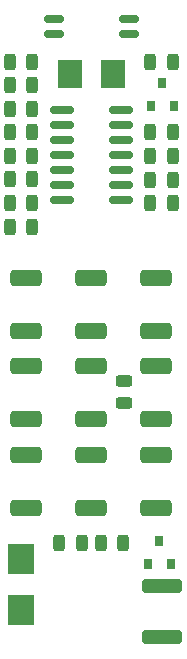
<source format=gbr>
%TF.GenerationSoftware,KiCad,Pcbnew,(6.0.2)*%
%TF.CreationDate,2022-02-16T12:52:40-05:00*%
%TF.ProjectId,aquabotsBMSModule,61717561-626f-4747-9342-4d534d6f6475,rev?*%
%TF.SameCoordinates,Original*%
%TF.FileFunction,Paste,Top*%
%TF.FilePolarity,Positive*%
%FSLAX46Y46*%
G04 Gerber Fmt 4.6, Leading zero omitted, Abs format (unit mm)*
G04 Created by KiCad (PCBNEW (6.0.2)) date 2022-02-16 12:52:40*
%MOMM*%
%LPD*%
G01*
G04 APERTURE LIST*
G04 Aperture macros list*
%AMRoundRect*
0 Rectangle with rounded corners*
0 $1 Rounding radius*
0 $2 $3 $4 $5 $6 $7 $8 $9 X,Y pos of 4 corners*
0 Add a 4 corners polygon primitive as box body*
4,1,4,$2,$3,$4,$5,$6,$7,$8,$9,$2,$3,0*
0 Add four circle primitives for the rounded corners*
1,1,$1+$1,$2,$3*
1,1,$1+$1,$4,$5*
1,1,$1+$1,$6,$7*
1,1,$1+$1,$8,$9*
0 Add four rect primitives between the rounded corners*
20,1,$1+$1,$2,$3,$4,$5,0*
20,1,$1+$1,$4,$5,$6,$7,0*
20,1,$1+$1,$6,$7,$8,$9,0*
20,1,$1+$1,$8,$9,$2,$3,0*%
G04 Aperture macros list end*
%ADD10RoundRect,0.150000X-0.825000X-0.150000X0.825000X-0.150000X0.825000X0.150000X-0.825000X0.150000X0*%
%ADD11RoundRect,0.243750X-0.243750X-0.456250X0.243750X-0.456250X0.243750X0.456250X-0.243750X0.456250X0*%
%ADD12RoundRect,0.243750X0.243750X0.456250X-0.243750X0.456250X-0.243750X-0.456250X0.243750X-0.456250X0*%
%ADD13R,2.300000X2.500000*%
%ADD14RoundRect,0.250000X-1.450000X0.312500X-1.450000X-0.312500X1.450000X-0.312500X1.450000X0.312500X0*%
%ADD15R,0.800000X0.900000*%
%ADD16RoundRect,0.250000X-1.075000X0.425000X-1.075000X-0.425000X1.075000X-0.425000X1.075000X0.425000X0*%
%ADD17RoundRect,0.243750X0.456250X-0.243750X0.456250X0.243750X-0.456250X0.243750X-0.456250X-0.243750X0*%
%ADD18R,2.000000X2.400000*%
%ADD19RoundRect,0.150000X-0.662500X-0.150000X0.662500X-0.150000X0.662500X0.150000X-0.662500X0.150000X0*%
G04 APERTURE END LIST*
D10*
%TO.C,ATTINY841*%
X127525000Y-60290000D03*
X127525000Y-61560000D03*
X127525000Y-62830000D03*
X127525000Y-64100000D03*
X127525000Y-65370000D03*
X127525000Y-66640000D03*
X127525000Y-67910000D03*
X132475000Y-67910000D03*
X132475000Y-66640000D03*
X132475000Y-65370000D03*
X132475000Y-64100000D03*
X132475000Y-62830000D03*
X132475000Y-61560000D03*
X132475000Y-60290000D03*
%TD*%
D11*
%TO.C,C2*%
X123125000Y-66167855D03*
X125000000Y-66167855D03*
%TD*%
D12*
%TO.C,C5*%
X125000000Y-60187142D03*
X123125000Y-60187142D03*
%TD*%
D13*
%TO.C,D2*%
X124000000Y-98350000D03*
X124000000Y-102650000D03*
%TD*%
D14*
%TO.C,F1*%
X136000000Y-100612500D03*
X136000000Y-104887500D03*
%TD*%
D15*
%TO.C,Q1*%
X134800000Y-98750000D03*
X136700000Y-98750000D03*
X135750000Y-96750000D03*
%TD*%
D11*
%TO.C,R3*%
X135000000Y-64200000D03*
X136875000Y-64200000D03*
%TD*%
%TO.C,R4*%
X135000000Y-66200000D03*
X136875000Y-66200000D03*
%TD*%
%TO.C,R5*%
X123125000Y-56200000D03*
X125000000Y-56200000D03*
%TD*%
D16*
%TO.C,R8*%
X135500000Y-82000000D03*
X135500000Y-86500000D03*
%TD*%
%TO.C,R12*%
X135500000Y-89500000D03*
X135500000Y-94000000D03*
%TD*%
D11*
%TO.C,R16*%
X123125000Y-58200000D03*
X125000000Y-58200000D03*
%TD*%
D12*
%TO.C,R18*%
X125000000Y-68161426D03*
X123125000Y-68161426D03*
%TD*%
D17*
%TO.C,R19*%
X132750000Y-85125000D03*
X132750000Y-83250000D03*
%TD*%
D11*
%TO.C,R20*%
X135000000Y-68161426D03*
X136875000Y-68161426D03*
%TD*%
D16*
%TO.C,R25*%
X130000000Y-82000000D03*
X130000000Y-86500000D03*
%TD*%
%TO.C,R26*%
X124500000Y-82000000D03*
X124500000Y-86500000D03*
%TD*%
%TO.C,R29*%
X130000000Y-89500000D03*
X130000000Y-94000000D03*
%TD*%
%TO.C,R30*%
X124500000Y-89500000D03*
X124500000Y-94000000D03*
%TD*%
D18*
%TO.C,Y1*%
X128150000Y-57250000D03*
X131850000Y-57250000D03*
%TD*%
D11*
%TO.C,D4*%
X123125000Y-70200000D03*
X125000000Y-70200000D03*
%TD*%
D16*
%TO.C,R24*%
X124500000Y-74500000D03*
X124500000Y-79000000D03*
%TD*%
%TO.C,R6*%
X135500000Y-74500000D03*
X135500000Y-79000000D03*
%TD*%
%TO.C,R22*%
X130000000Y-74500000D03*
X130000000Y-79000000D03*
%TD*%
D11*
%TO.C,C4*%
X135000000Y-56200000D03*
X136875000Y-56200000D03*
%TD*%
%TO.C,C1*%
X123125000Y-64174284D03*
X125000000Y-64174284D03*
%TD*%
D19*
%TO.C,U1*%
X126812500Y-52615000D03*
X126812500Y-53885000D03*
X133187500Y-53885000D03*
X133187500Y-52615000D03*
%TD*%
D11*
%TO.C,R1*%
X123125000Y-62180713D03*
X125000000Y-62180713D03*
%TD*%
%TO.C,R2*%
X135000000Y-62170000D03*
X136875000Y-62170000D03*
%TD*%
D15*
%TO.C,D1*%
X135057500Y-60000000D03*
X136957500Y-60000000D03*
X136007500Y-58000000D03*
%TD*%
D11*
%TO.C,R14*%
X130832500Y-97000000D03*
X132707500Y-97000000D03*
%TD*%
D12*
%TO.C,R15*%
X129167500Y-97000000D03*
X127292500Y-97000000D03*
%TD*%
M02*

</source>
